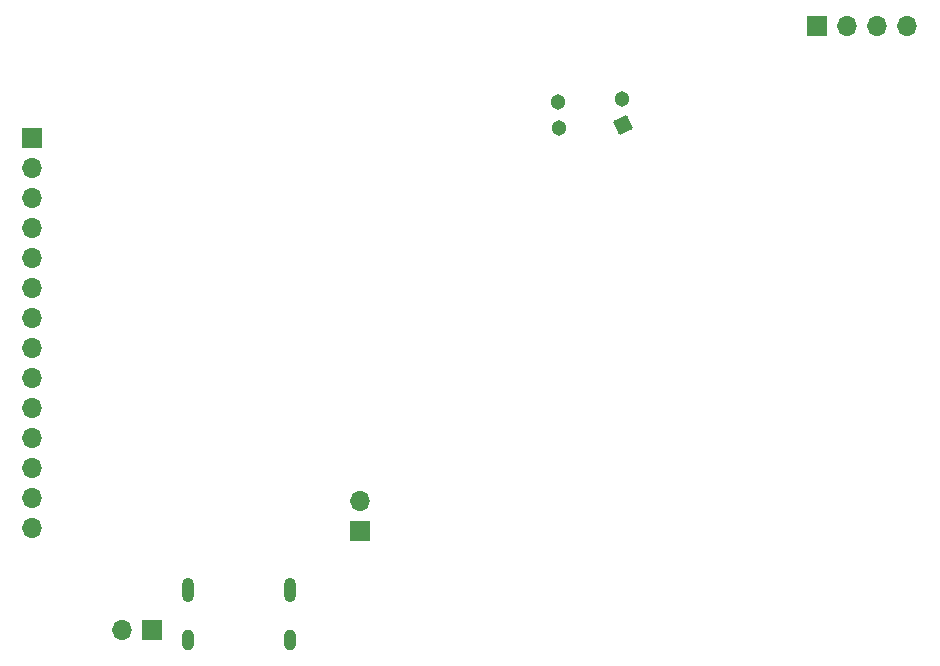
<source format=gbr>
%TF.GenerationSoftware,KiCad,Pcbnew,9.0.0*%
%TF.CreationDate,2025-06-04T21:14:10-04:00*%
%TF.ProjectId,thermal-pcb,74686572-6d61-46c2-9d70-63622e6b6963,rev?*%
%TF.SameCoordinates,Original*%
%TF.FileFunction,Soldermask,Top*%
%TF.FilePolarity,Negative*%
%FSLAX46Y46*%
G04 Gerber Fmt 4.6, Leading zero omitted, Abs format (unit mm)*
G04 Created by KiCad (PCBNEW 9.0.0) date 2025-06-04 21:14:10*
%MOMM*%
%LPD*%
G01*
G04 APERTURE LIST*
G04 Aperture macros list*
%AMRoundRect*
0 Rectangle with rounded corners*
0 $1 Rounding radius*
0 $2 $3 $4 $5 $6 $7 $8 $9 X,Y pos of 4 corners*
0 Add a 4 corners polygon primitive as box body*
4,1,4,$2,$3,$4,$5,$6,$7,$8,$9,$2,$3,0*
0 Add four circle primitives for the rounded corners*
1,1,$1+$1,$2,$3*
1,1,$1+$1,$4,$5*
1,1,$1+$1,$6,$7*
1,1,$1+$1,$8,$9*
0 Add four rect primitives between the rounded corners*
20,1,$1+$1,$2,$3,$4,$5,0*
20,1,$1+$1,$4,$5,$6,$7,0*
20,1,$1+$1,$6,$7,$8,$9,0*
20,1,$1+$1,$8,$9,$2,$3,0*%
G04 Aperture macros list end*
%ADD10C,1.304000*%
%ADD11RoundRect,0.102000X0.730909X-0.266029X0.266029X0.730909X-0.730909X0.266029X-0.266029X-0.730909X0*%
%ADD12R,1.700000X1.700000*%
%ADD13O,1.700000X1.700000*%
%ADD14O,1.000000X1.800000*%
%ADD15O,1.000000X2.100000*%
G04 APERTURE END LIST*
D10*
%TO.C,U5*%
X144792420Y-86611955D03*
X139402100Y-86847302D03*
X139499580Y-89080045D03*
D11*
X144892348Y-88843556D03*
%TD*%
D12*
%TO.C,J2*%
X94896000Y-89886000D03*
D13*
X94896000Y-92426000D03*
X94896000Y-94965999D03*
X94896000Y-97506000D03*
X94896000Y-100046000D03*
X94896000Y-102586000D03*
X94896000Y-105126000D03*
X94896000Y-107666001D03*
X94896000Y-110206000D03*
X94896000Y-112746000D03*
X94896000Y-115286000D03*
X94896000Y-117825999D03*
X94896000Y-120366000D03*
X94896000Y-122906000D03*
%TD*%
D12*
%TO.C,J4*%
X161356000Y-80426000D03*
D13*
X163896000Y-80426000D03*
X166435999Y-80426000D03*
X168976000Y-80426000D03*
%TD*%
D12*
%TO.C,J5*%
X122646000Y-123176000D03*
D13*
X122646000Y-120636000D03*
%TD*%
D12*
%TO.C,J1*%
X105000000Y-131600000D03*
D13*
X102460000Y-131600000D03*
%TD*%
D14*
%TO.C,J3*%
X116716000Y-132375000D03*
D15*
X116716000Y-128195000D03*
D14*
X108076000Y-132375000D03*
D15*
X108076000Y-128195000D03*
%TD*%
M02*

</source>
